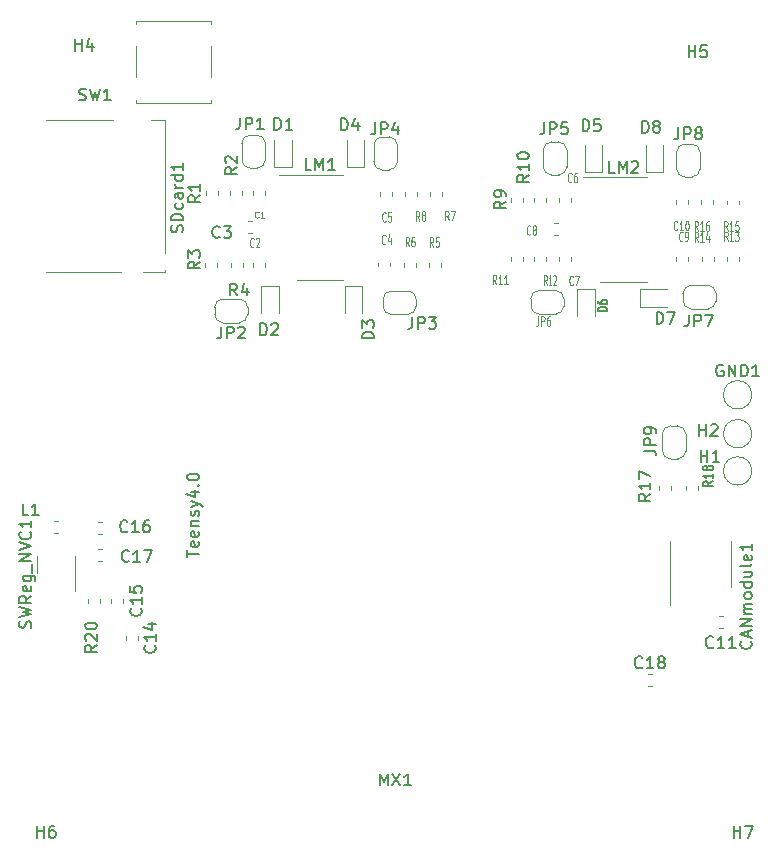
<source format=gto>
G04 #@! TF.GenerationSoftware,KiCad,Pcbnew,(5.1.4)-1*
G04 #@! TF.CreationDate,2020-01-30T13:19:47+01:00*
G04 #@! TF.ProjectId,teensy4_header_breakout,7465656e-7379-4345-9f68-65616465725f,rev?*
G04 #@! TF.SameCoordinates,Original*
G04 #@! TF.FileFunction,Legend,Top*
G04 #@! TF.FilePolarity,Positive*
%FSLAX46Y46*%
G04 Gerber Fmt 4.6, Leading zero omitted, Abs format (unit mm)*
G04 Created by KiCad (PCBNEW (5.1.4)-1) date 2020-01-30 13:19:47*
%MOMM*%
%LPD*%
G04 APERTURE LIST*
%ADD10C,0.120000*%
%ADD11C,0.150000*%
%ADD12C,0.050000*%
%ADD13C,0.100000*%
%ADD14C,0.125000*%
G04 APERTURE END LIST*
D10*
X173356120Y-105392220D02*
G75*
G03X173356120Y-105392220I-1200000J0D01*
G01*
X173356120Y-108544360D02*
G75*
G03X173356120Y-108544360I-1200000J0D01*
G01*
X173356120Y-102095300D02*
G75*
G03X173356120Y-102095300I-1200000J0D01*
G01*
X127546500Y-72611460D02*
X127546500Y-75211460D01*
X121246500Y-77361460D02*
X121246500Y-77111460D01*
X127546500Y-77361460D02*
X121246500Y-77361460D01*
X127546500Y-77111460D02*
X127546500Y-77361460D01*
X121246500Y-75211460D02*
X121246500Y-72611460D01*
X127546500Y-70461460D02*
X127546500Y-70711460D01*
X121246500Y-70461460D02*
X127546500Y-70461460D01*
X121246500Y-70711460D02*
X121246500Y-70461460D01*
X162495000Y-83703000D02*
X159045000Y-83703000D01*
X162495000Y-83703000D02*
X164445000Y-83703000D01*
X162495000Y-92573000D02*
X160545000Y-92573000D01*
X162495000Y-92573000D02*
X164445000Y-92573000D01*
X116039540Y-118713380D02*
X116039540Y-115713380D01*
X112819540Y-117213380D02*
X112819540Y-115713380D01*
X123646220Y-91561400D02*
X123646220Y-91671400D01*
X122486220Y-78801400D02*
X123646220Y-78801400D01*
X123646220Y-78801400D02*
X123646220Y-90061400D01*
X123646220Y-91671400D02*
X121836220Y-91671400D01*
X119236220Y-78801400D02*
X113636220Y-78801400D01*
X119936220Y-91671400D02*
X113636220Y-91671400D01*
X118134860Y-119700359D02*
X118134860Y-119374801D01*
X117114860Y-119700359D02*
X117114860Y-119374801D01*
X168830720Y-110126627D02*
X168830720Y-109784093D01*
X167810720Y-110126627D02*
X167810720Y-109784093D01*
X165504400Y-109850133D02*
X165504400Y-110192667D01*
X166524400Y-109850133D02*
X166524400Y-110192667D01*
X170110880Y-85953719D02*
X170110880Y-85628161D01*
X169090880Y-85953719D02*
X169090880Y-85628161D01*
X172307980Y-85976779D02*
X172307980Y-85651221D01*
X171287980Y-85976779D02*
X171287980Y-85651221D01*
X169101040Y-90433841D02*
X169101040Y-90759399D01*
X170121040Y-90433841D02*
X170121040Y-90759399D01*
X172285120Y-90769759D02*
X172285120Y-90444201D01*
X171265120Y-90769759D02*
X171265120Y-90444201D01*
X154938000Y-90464321D02*
X154938000Y-90789879D01*
X155958000Y-90464321D02*
X155958000Y-90789879D01*
X153971720Y-90764679D02*
X153971720Y-90439121D01*
X152951720Y-90764679D02*
X152951720Y-90439121D01*
X155958000Y-85735279D02*
X155958000Y-85409721D01*
X154938000Y-85735279D02*
X154938000Y-85409721D01*
X154027600Y-85735279D02*
X154027600Y-85409721D01*
X153007600Y-85735279D02*
X153007600Y-85409721D01*
X144021080Y-84952521D02*
X144021080Y-85278079D01*
X145041080Y-84952521D02*
X145041080Y-85278079D01*
X147144200Y-85278279D02*
X147144200Y-84952721D01*
X146124200Y-85278279D02*
X146124200Y-84952721D01*
X143881380Y-90936761D02*
X143881380Y-91262319D01*
X144901380Y-90936761D02*
X144901380Y-91262319D01*
X147047680Y-91292799D02*
X147047680Y-90967241D01*
X146027680Y-91292799D02*
X146027680Y-90967241D01*
X129276380Y-90921521D02*
X129276380Y-91247079D01*
X130296380Y-90921521D02*
X130296380Y-91247079D01*
X128043400Y-91249619D02*
X128043400Y-90924061D01*
X127023400Y-91249619D02*
X127023400Y-90924061D01*
X130197320Y-85204619D02*
X130197320Y-84879061D01*
X129177320Y-85204619D02*
X129177320Y-84879061D01*
X128137380Y-85212239D02*
X128137380Y-84886681D01*
X127117380Y-85212239D02*
X127117380Y-84886681D01*
X136797820Y-83476940D02*
X133347820Y-83476940D01*
X136797820Y-83476940D02*
X138747820Y-83476940D01*
X136797820Y-92346940D02*
X134847820Y-92346940D01*
X136797820Y-92346940D02*
X138747820Y-92346940D01*
X114256501Y-113842260D02*
X114582059Y-113842260D01*
X114256501Y-112822260D02*
X114582059Y-112822260D01*
X165776400Y-106831600D02*
X165776400Y-105431600D01*
X166476400Y-104731600D02*
X167076400Y-104731600D01*
X167776400Y-105431600D02*
X167776400Y-106831600D01*
X167076400Y-107531600D02*
X166476400Y-107531600D01*
X166476400Y-107531600D02*
G75*
G02X165776400Y-106831600I0J700000D01*
G01*
X167776400Y-106831600D02*
G75*
G02X167076400Y-107531600I-700000J0D01*
G01*
X167076400Y-104731600D02*
G75*
G02X167776400Y-105431600I0J-700000D01*
G01*
X165776400Y-105431600D02*
G75*
G02X166476400Y-104731600I700000J0D01*
G01*
X166980360Y-82962740D02*
X166980360Y-81562740D01*
X167680360Y-80862740D02*
X168280360Y-80862740D01*
X168980360Y-81562740D02*
X168980360Y-82962740D01*
X168280360Y-83662740D02*
X167680360Y-83662740D01*
X167680360Y-83662740D02*
G75*
G02X166980360Y-82962740I0J700000D01*
G01*
X168980360Y-82962740D02*
G75*
G02X168280360Y-83662740I-700000J0D01*
G01*
X168280360Y-80862740D02*
G75*
G02X168980360Y-81562740I0J-700000D01*
G01*
X166980360Y-81562740D02*
G75*
G02X167680360Y-80862740I700000J0D01*
G01*
X168228020Y-92822520D02*
X169628020Y-92822520D01*
X170328020Y-93522520D02*
X170328020Y-94122520D01*
X169628020Y-94822520D02*
X168228020Y-94822520D01*
X167528020Y-94122520D02*
X167528020Y-93522520D01*
X167528020Y-93522520D02*
G75*
G02X168228020Y-92822520I700000J0D01*
G01*
X168228020Y-94822520D02*
G75*
G02X167528020Y-94122520I0J700000D01*
G01*
X170328020Y-94122520D02*
G75*
G02X169628020Y-94822520I-700000J0D01*
G01*
X169628020Y-92822520D02*
G75*
G02X170328020Y-93522520I0J-700000D01*
G01*
X156742120Y-95269560D02*
X155342120Y-95269560D01*
X154642120Y-94569560D02*
X154642120Y-93969560D01*
X155342120Y-93269560D02*
X156742120Y-93269560D01*
X157442120Y-93969560D02*
X157442120Y-94569560D01*
X157442120Y-94569560D02*
G75*
G02X156742120Y-95269560I-700000J0D01*
G01*
X156742120Y-93269560D02*
G75*
G02X157442120Y-93969560I0J-700000D01*
G01*
X154642120Y-93969560D02*
G75*
G02X155342120Y-93269560I700000J0D01*
G01*
X155342120Y-95269560D02*
G75*
G02X154642120Y-94569560I0J700000D01*
G01*
X155692600Y-82782400D02*
X155692600Y-81382400D01*
X156392600Y-80682400D02*
X156992600Y-80682400D01*
X157692600Y-81382400D02*
X157692600Y-82782400D01*
X156992600Y-83482400D02*
X156392600Y-83482400D01*
X156392600Y-83482400D02*
G75*
G02X155692600Y-82782400I0J700000D01*
G01*
X157692600Y-82782400D02*
G75*
G02X156992600Y-83482400I-700000J0D01*
G01*
X156992600Y-80682400D02*
G75*
G02X157692600Y-81382400I0J-700000D01*
G01*
X155692600Y-81382400D02*
G75*
G02X156392600Y-80682400I700000J0D01*
G01*
X141351760Y-82358220D02*
X141351760Y-80958220D01*
X142051760Y-80258220D02*
X142651760Y-80258220D01*
X143351760Y-80958220D02*
X143351760Y-82358220D01*
X142651760Y-83058220D02*
X142051760Y-83058220D01*
X142051760Y-83058220D02*
G75*
G02X141351760Y-82358220I0J700000D01*
G01*
X143351760Y-82358220D02*
G75*
G02X142651760Y-83058220I-700000J0D01*
G01*
X142651760Y-80258220D02*
G75*
G02X143351760Y-80958220I0J-700000D01*
G01*
X141351760Y-80958220D02*
G75*
G02X142051760Y-80258220I700000J0D01*
G01*
X142835640Y-93300040D02*
X144235640Y-93300040D01*
X144935640Y-94000040D02*
X144935640Y-94600040D01*
X144235640Y-95300040D02*
X142835640Y-95300040D01*
X142135640Y-94600040D02*
X142135640Y-94000040D01*
X142135640Y-94000040D02*
G75*
G02X142835640Y-93300040I700000J0D01*
G01*
X142835640Y-95300040D02*
G75*
G02X142135640Y-94600040I0J700000D01*
G01*
X144935640Y-94600040D02*
G75*
G02X144235640Y-95300040I-700000J0D01*
G01*
X144235640Y-93300040D02*
G75*
G02X144935640Y-94000040I0J-700000D01*
G01*
X129971000Y-95985840D02*
X128571000Y-95985840D01*
X127871000Y-95285840D02*
X127871000Y-94685840D01*
X128571000Y-93985840D02*
X129971000Y-93985840D01*
X130671000Y-94685840D02*
X130671000Y-95285840D01*
X130671000Y-95285840D02*
G75*
G02X129971000Y-95985840I-700000J0D01*
G01*
X129971000Y-93985840D02*
G75*
G02X130671000Y-94685840I0J-700000D01*
G01*
X127871000Y-94685840D02*
G75*
G02X128571000Y-93985840I700000J0D01*
G01*
X128571000Y-95985840D02*
G75*
G02X127871000Y-95285840I0J700000D01*
G01*
X130173220Y-82210900D02*
X130173220Y-80810900D01*
X130873220Y-80110900D02*
X131473220Y-80110900D01*
X132173220Y-80810900D02*
X132173220Y-82210900D01*
X131473220Y-82910900D02*
X130873220Y-82910900D01*
X130873220Y-82910900D02*
G75*
G02X130173220Y-82210900I0J700000D01*
G01*
X132173220Y-82210900D02*
G75*
G02X131473220Y-82910900I-700000J0D01*
G01*
X131473220Y-80110900D02*
G75*
G02X132173220Y-80810900I0J-700000D01*
G01*
X130173220Y-80810900D02*
G75*
G02X130873220Y-80110900I700000J0D01*
G01*
X165837540Y-83196900D02*
X165837540Y-80911900D01*
X164367540Y-83196900D02*
X165837540Y-83196900D01*
X164367540Y-80911900D02*
X164367540Y-83196900D01*
X163876520Y-94631180D02*
X166161520Y-94631180D01*
X163876520Y-93161180D02*
X163876520Y-94631180D01*
X166161520Y-93161180D02*
X163876520Y-93161180D01*
X158589040Y-93155300D02*
X158589040Y-95440300D01*
X160059040Y-93155300D02*
X158589040Y-93155300D01*
X160059040Y-95440300D02*
X160059040Y-93155300D01*
X160678800Y-83196900D02*
X160678800Y-80911900D01*
X159208800Y-83196900D02*
X160678800Y-83196900D01*
X159208800Y-80911900D02*
X159208800Y-83196900D01*
X140556920Y-82838760D02*
X140556920Y-80553760D01*
X139086920Y-82838760D02*
X140556920Y-82838760D01*
X139086920Y-80553760D02*
X139086920Y-82838760D01*
X138911660Y-92860660D02*
X138911660Y-95145660D01*
X140381660Y-92860660D02*
X138911660Y-92860660D01*
X140381660Y-95145660D02*
X140381660Y-92860660D01*
X131822520Y-92909120D02*
X131822520Y-95194120D01*
X133292520Y-92909120D02*
X131822520Y-92909120D01*
X133292520Y-95194120D02*
X133292520Y-92909120D01*
X134387260Y-82823520D02*
X134387260Y-80538520D01*
X132917260Y-82823520D02*
X134387260Y-82823520D01*
X132917260Y-80538520D02*
X132917260Y-82823520D01*
X166446520Y-116446300D02*
X166446520Y-119896300D01*
X166446520Y-116446300D02*
X166446520Y-114496300D01*
X171566520Y-116446300D02*
X171566520Y-118396300D01*
X171566520Y-116446300D02*
X171566520Y-114496300D01*
X164561401Y-126745460D02*
X164886959Y-126745460D01*
X164561401Y-125725460D02*
X164886959Y-125725460D01*
X118008081Y-116184140D02*
X118333639Y-116184140D01*
X118008081Y-115164140D02*
X118333639Y-115164140D01*
X117990501Y-113918460D02*
X118316059Y-113918460D01*
X117990501Y-112898460D02*
X118316059Y-112898460D01*
X120090660Y-119735919D02*
X120090660Y-119410361D01*
X119070660Y-119735919D02*
X119070660Y-119410361D01*
X120399080Y-122519121D02*
X120399080Y-122844679D01*
X121419080Y-122519121D02*
X121419080Y-122844679D01*
X170601321Y-121815320D02*
X170926879Y-121815320D01*
X170601321Y-120795320D02*
X170926879Y-120795320D01*
X167967120Y-85948839D02*
X167967120Y-85623281D01*
X166947120Y-85948839D02*
X166947120Y-85623281D01*
X166947120Y-90428761D02*
X166947120Y-90754319D01*
X167967120Y-90428761D02*
X167967120Y-90754319D01*
X156626341Y-88607360D02*
X156951899Y-88607360D01*
X156626341Y-87587360D02*
X156951899Y-87587360D01*
X156995400Y-90464321D02*
X156995400Y-90789879D01*
X158015400Y-90464321D02*
X158015400Y-90789879D01*
X158040800Y-85760779D02*
X158040800Y-85435221D01*
X157020800Y-85760779D02*
X157020800Y-85435221D01*
X142856680Y-85270459D02*
X142856680Y-84944901D01*
X141836680Y-85270459D02*
X141836680Y-84944901D01*
X141742700Y-90908821D02*
X141742700Y-91234379D01*
X142762700Y-90908821D02*
X142762700Y-91234379D01*
X130680141Y-88406700D02*
X131005699Y-88406700D01*
X130680141Y-87386700D02*
X131005699Y-87386700D01*
X131087400Y-90921521D02*
X131087400Y-91247079D01*
X132107400Y-90921521D02*
X132107400Y-91247079D01*
X132155660Y-85186839D02*
X132155660Y-84861281D01*
X131135660Y-85186839D02*
X131135660Y-84861281D01*
D11*
X168897395Y-105595680D02*
X168897395Y-104595680D01*
X168897395Y-105071871D02*
X169468823Y-105071871D01*
X169468823Y-105595680D02*
X169468823Y-104595680D01*
X169897395Y-104690919D02*
X169945014Y-104643300D01*
X170040252Y-104595680D01*
X170278347Y-104595680D01*
X170373585Y-104643300D01*
X170421204Y-104690919D01*
X170468823Y-104786157D01*
X170468823Y-104881395D01*
X170421204Y-105024252D01*
X169849776Y-105595680D01*
X170468823Y-105595680D01*
X169034555Y-107769920D02*
X169034555Y-106769920D01*
X169034555Y-107246111D02*
X169605983Y-107246111D01*
X169605983Y-107769920D02*
X169605983Y-106769920D01*
X170605983Y-107769920D02*
X170034555Y-107769920D01*
X170320269Y-107769920D02*
X170320269Y-106769920D01*
X170225031Y-106912778D01*
X170129793Y-107008016D01*
X170034555Y-107055635D01*
X170918024Y-99597300D02*
X170822786Y-99549680D01*
X170679929Y-99549680D01*
X170537072Y-99597300D01*
X170441834Y-99692538D01*
X170394215Y-99787776D01*
X170346596Y-99978252D01*
X170346596Y-100121109D01*
X170394215Y-100311585D01*
X170441834Y-100406823D01*
X170537072Y-100502061D01*
X170679929Y-100549680D01*
X170775167Y-100549680D01*
X170918024Y-100502061D01*
X170965643Y-100454442D01*
X170965643Y-100121109D01*
X170775167Y-100121109D01*
X171394215Y-100549680D02*
X171394215Y-99549680D01*
X171965643Y-100549680D01*
X171965643Y-99549680D01*
X172441834Y-100549680D02*
X172441834Y-99549680D01*
X172679929Y-99549680D01*
X172822786Y-99597300D01*
X172918024Y-99692538D01*
X172965643Y-99787776D01*
X173013262Y-99978252D01*
X173013262Y-100121109D01*
X172965643Y-100311585D01*
X172918024Y-100406823D01*
X172822786Y-100502061D01*
X172679929Y-100549680D01*
X172441834Y-100549680D01*
X173965643Y-100549680D02*
X173394215Y-100549680D01*
X173679929Y-100549680D02*
X173679929Y-99549680D01*
X173584691Y-99692538D01*
X173489453Y-99787776D01*
X173394215Y-99835395D01*
X125535440Y-115824188D02*
X125535440Y-115252760D01*
X126535440Y-115538474D02*
X125535440Y-115538474D01*
X126487821Y-114538474D02*
X126535440Y-114633712D01*
X126535440Y-114824188D01*
X126487821Y-114919426D01*
X126392583Y-114967045D01*
X126011631Y-114967045D01*
X125916393Y-114919426D01*
X125868774Y-114824188D01*
X125868774Y-114633712D01*
X125916393Y-114538474D01*
X126011631Y-114490855D01*
X126106869Y-114490855D01*
X126202107Y-114967045D01*
X126487821Y-113681331D02*
X126535440Y-113776569D01*
X126535440Y-113967045D01*
X126487821Y-114062283D01*
X126392583Y-114109902D01*
X126011631Y-114109902D01*
X125916393Y-114062283D01*
X125868774Y-113967045D01*
X125868774Y-113776569D01*
X125916393Y-113681331D01*
X126011631Y-113633712D01*
X126106869Y-113633712D01*
X126202107Y-114109902D01*
X125868774Y-113205140D02*
X126535440Y-113205140D01*
X125964012Y-113205140D02*
X125916393Y-113157521D01*
X125868774Y-113062283D01*
X125868774Y-112919426D01*
X125916393Y-112824188D01*
X126011631Y-112776569D01*
X126535440Y-112776569D01*
X126487821Y-112347998D02*
X126535440Y-112252760D01*
X126535440Y-112062283D01*
X126487821Y-111967045D01*
X126392583Y-111919426D01*
X126344964Y-111919426D01*
X126249726Y-111967045D01*
X126202107Y-112062283D01*
X126202107Y-112205140D01*
X126154488Y-112300379D01*
X126059250Y-112347998D01*
X126011631Y-112347998D01*
X125916393Y-112300379D01*
X125868774Y-112205140D01*
X125868774Y-112062283D01*
X125916393Y-111967045D01*
X125868774Y-111586093D02*
X126535440Y-111347998D01*
X125868774Y-111109902D02*
X126535440Y-111347998D01*
X126773536Y-111443236D01*
X126821155Y-111490855D01*
X126868774Y-111586093D01*
X125868774Y-110300379D02*
X126535440Y-110300379D01*
X125487821Y-110538474D02*
X126202107Y-110776569D01*
X126202107Y-110157521D01*
X126440202Y-109776569D02*
X126487821Y-109728950D01*
X126535440Y-109776569D01*
X126487821Y-109824188D01*
X126440202Y-109776569D01*
X126535440Y-109776569D01*
X125535440Y-109109902D02*
X125535440Y-109014664D01*
X125583060Y-108919426D01*
X125630679Y-108871807D01*
X125725917Y-108824188D01*
X125916393Y-108776569D01*
X126154488Y-108776569D01*
X126344964Y-108824188D01*
X126440202Y-108871807D01*
X126487821Y-108919426D01*
X126535440Y-109014664D01*
X126535440Y-109109902D01*
X126487821Y-109205140D01*
X126440202Y-109252760D01*
X126344964Y-109300379D01*
X126154488Y-109347998D01*
X125916393Y-109347998D01*
X125725917Y-109300379D01*
X125630679Y-109252760D01*
X125583060Y-109205140D01*
X125535440Y-109109902D01*
X116413446Y-77128001D02*
X116556303Y-77175620D01*
X116794399Y-77175620D01*
X116889637Y-77128001D01*
X116937256Y-77080382D01*
X116984875Y-76985144D01*
X116984875Y-76889906D01*
X116937256Y-76794668D01*
X116889637Y-76747049D01*
X116794399Y-76699430D01*
X116603922Y-76651811D01*
X116508684Y-76604192D01*
X116461065Y-76556573D01*
X116413446Y-76461335D01*
X116413446Y-76366097D01*
X116461065Y-76270859D01*
X116508684Y-76223240D01*
X116603922Y-76175620D01*
X116842018Y-76175620D01*
X116984875Y-76223240D01*
X117318208Y-76175620D02*
X117556303Y-77175620D01*
X117746780Y-76461335D01*
X117937256Y-77175620D01*
X118175351Y-76175620D01*
X119080113Y-77175620D02*
X118508684Y-77175620D01*
X118794399Y-77175620D02*
X118794399Y-76175620D01*
X118699160Y-76318478D01*
X118603922Y-76413716D01*
X118508684Y-76461335D01*
X141885945Y-135173980D02*
X141885945Y-134173980D01*
X142219279Y-134888266D01*
X142552612Y-134173980D01*
X142552612Y-135173980D01*
X142933564Y-134173980D02*
X143600231Y-135173980D01*
X143600231Y-134173980D02*
X142933564Y-135173980D01*
X144504993Y-135173980D02*
X143933564Y-135173980D01*
X144219279Y-135173980D02*
X144219279Y-134173980D01*
X144124040Y-134316838D01*
X144028802Y-134412076D01*
X143933564Y-134459695D01*
X161756904Y-83310380D02*
X161280714Y-83310380D01*
X161280714Y-82310380D01*
X162090238Y-83310380D02*
X162090238Y-82310380D01*
X162423571Y-83024666D01*
X162756904Y-82310380D01*
X162756904Y-83310380D01*
X163185476Y-82405619D02*
X163233095Y-82358000D01*
X163328333Y-82310380D01*
X163566428Y-82310380D01*
X163661666Y-82358000D01*
X163709285Y-82405619D01*
X163756904Y-82500857D01*
X163756904Y-82596095D01*
X163709285Y-82738952D01*
X163137857Y-83310380D01*
X163756904Y-83310380D01*
X112301921Y-121839739D02*
X112349540Y-121696881D01*
X112349540Y-121458786D01*
X112301921Y-121363548D01*
X112254302Y-121315929D01*
X112159064Y-121268310D01*
X112063826Y-121268310D01*
X111968588Y-121315929D01*
X111920969Y-121363548D01*
X111873350Y-121458786D01*
X111825731Y-121649262D01*
X111778112Y-121744500D01*
X111730493Y-121792120D01*
X111635255Y-121839739D01*
X111540017Y-121839739D01*
X111444779Y-121792120D01*
X111397160Y-121744500D01*
X111349540Y-121649262D01*
X111349540Y-121411167D01*
X111397160Y-121268310D01*
X111349540Y-120934977D02*
X112349540Y-120696881D01*
X111635255Y-120506405D01*
X112349540Y-120315929D01*
X111349540Y-120077834D01*
X112349540Y-119125453D02*
X111873350Y-119458786D01*
X112349540Y-119696881D02*
X111349540Y-119696881D01*
X111349540Y-119315929D01*
X111397160Y-119220691D01*
X111444779Y-119173072D01*
X111540017Y-119125453D01*
X111682874Y-119125453D01*
X111778112Y-119173072D01*
X111825731Y-119220691D01*
X111873350Y-119315929D01*
X111873350Y-119696881D01*
X112301921Y-118315929D02*
X112349540Y-118411167D01*
X112349540Y-118601643D01*
X112301921Y-118696881D01*
X112206683Y-118744500D01*
X111825731Y-118744500D01*
X111730493Y-118696881D01*
X111682874Y-118601643D01*
X111682874Y-118411167D01*
X111730493Y-118315929D01*
X111825731Y-118268310D01*
X111920969Y-118268310D01*
X112016207Y-118744500D01*
X111682874Y-117411167D02*
X112492398Y-117411167D01*
X112587636Y-117458786D01*
X112635255Y-117506405D01*
X112682874Y-117601643D01*
X112682874Y-117744500D01*
X112635255Y-117839739D01*
X112301921Y-117411167D02*
X112349540Y-117506405D01*
X112349540Y-117696881D01*
X112301921Y-117792120D01*
X112254302Y-117839739D01*
X112159064Y-117887358D01*
X111873350Y-117887358D01*
X111778112Y-117839739D01*
X111730493Y-117792120D01*
X111682874Y-117696881D01*
X111682874Y-117506405D01*
X111730493Y-117411167D01*
X112444779Y-117173072D02*
X112444779Y-116411167D01*
X112349540Y-116173072D02*
X111349540Y-116173072D01*
X112349540Y-115601643D01*
X111349540Y-115601643D01*
X111349540Y-115268310D02*
X112349540Y-114934977D01*
X111349540Y-114601643D01*
X112254302Y-113696881D02*
X112301921Y-113744500D01*
X112349540Y-113887358D01*
X112349540Y-113982596D01*
X112301921Y-114125453D01*
X112206683Y-114220691D01*
X112111445Y-114268310D01*
X111920969Y-114315929D01*
X111778112Y-114315929D01*
X111587636Y-114268310D01*
X111492398Y-114220691D01*
X111397160Y-114125453D01*
X111349540Y-113982596D01*
X111349540Y-113887358D01*
X111397160Y-113744500D01*
X111444779Y-113696881D01*
X112349540Y-112744500D02*
X112349540Y-113315929D01*
X112349540Y-113030215D02*
X111349540Y-113030215D01*
X111492398Y-113125453D01*
X111587636Y-113220691D01*
X111635255Y-113315929D01*
X125139081Y-88324961D02*
X125186700Y-88182104D01*
X125186700Y-87944009D01*
X125139081Y-87848771D01*
X125091462Y-87801152D01*
X124996224Y-87753533D01*
X124900986Y-87753533D01*
X124805748Y-87801152D01*
X124758129Y-87848771D01*
X124710510Y-87944009D01*
X124662891Y-88134485D01*
X124615272Y-88229723D01*
X124567653Y-88277342D01*
X124472415Y-88324961D01*
X124377177Y-88324961D01*
X124281939Y-88277342D01*
X124234320Y-88229723D01*
X124186700Y-88134485D01*
X124186700Y-87896390D01*
X124234320Y-87753533D01*
X125186700Y-87324961D02*
X124186700Y-87324961D01*
X124186700Y-87086866D01*
X124234320Y-86944009D01*
X124329558Y-86848771D01*
X124424796Y-86801152D01*
X124615272Y-86753533D01*
X124758129Y-86753533D01*
X124948605Y-86801152D01*
X125043843Y-86848771D01*
X125139081Y-86944009D01*
X125186700Y-87086866D01*
X125186700Y-87324961D01*
X125139081Y-85896390D02*
X125186700Y-85991628D01*
X125186700Y-86182104D01*
X125139081Y-86277342D01*
X125091462Y-86324961D01*
X124996224Y-86372580D01*
X124710510Y-86372580D01*
X124615272Y-86324961D01*
X124567653Y-86277342D01*
X124520034Y-86182104D01*
X124520034Y-85991628D01*
X124567653Y-85896390D01*
X125186700Y-85039247D02*
X124662891Y-85039247D01*
X124567653Y-85086866D01*
X124520034Y-85182104D01*
X124520034Y-85372580D01*
X124567653Y-85467819D01*
X125139081Y-85039247D02*
X125186700Y-85134485D01*
X125186700Y-85372580D01*
X125139081Y-85467819D01*
X125043843Y-85515438D01*
X124948605Y-85515438D01*
X124853367Y-85467819D01*
X124805748Y-85372580D01*
X124805748Y-85134485D01*
X124758129Y-85039247D01*
X125186700Y-84563057D02*
X124520034Y-84563057D01*
X124710510Y-84563057D02*
X124615272Y-84515438D01*
X124567653Y-84467819D01*
X124520034Y-84372580D01*
X124520034Y-84277342D01*
X125186700Y-83515438D02*
X124186700Y-83515438D01*
X125139081Y-83515438D02*
X125186700Y-83610676D01*
X125186700Y-83801152D01*
X125139081Y-83896390D01*
X125091462Y-83944009D01*
X124996224Y-83991628D01*
X124710510Y-83991628D01*
X124615272Y-83944009D01*
X124567653Y-83896390D01*
X124520034Y-83801152D01*
X124520034Y-83610676D01*
X124567653Y-83515438D01*
X125186700Y-82515438D02*
X125186700Y-83086866D01*
X125186700Y-82801152D02*
X124186700Y-82801152D01*
X124329558Y-82896390D01*
X124424796Y-82991628D01*
X124472415Y-83086866D01*
X117907060Y-123289297D02*
X117430870Y-123622630D01*
X117907060Y-123860725D02*
X116907060Y-123860725D01*
X116907060Y-123479773D01*
X116954680Y-123384535D01*
X117002299Y-123336916D01*
X117097537Y-123289297D01*
X117240394Y-123289297D01*
X117335632Y-123336916D01*
X117383251Y-123384535D01*
X117430870Y-123479773D01*
X117430870Y-123860725D01*
X117002299Y-122908344D02*
X116954680Y-122860725D01*
X116907060Y-122765487D01*
X116907060Y-122527392D01*
X116954680Y-122432154D01*
X117002299Y-122384535D01*
X117097537Y-122336916D01*
X117192775Y-122336916D01*
X117335632Y-122384535D01*
X117907060Y-122955963D01*
X117907060Y-122336916D01*
X116907060Y-121717868D02*
X116907060Y-121622630D01*
X116954680Y-121527392D01*
X117002299Y-121479773D01*
X117097537Y-121432154D01*
X117288013Y-121384535D01*
X117526108Y-121384535D01*
X117716584Y-121432154D01*
X117811822Y-121479773D01*
X117859441Y-121527392D01*
X117907060Y-121622630D01*
X117907060Y-121717868D01*
X117859441Y-121813106D01*
X117811822Y-121860725D01*
X117716584Y-121908344D01*
X117526108Y-121955963D01*
X117288013Y-121955963D01*
X117097537Y-121908344D01*
X117002299Y-121860725D01*
X116954680Y-121813106D01*
X116907060Y-121717868D01*
X170054224Y-109436320D02*
X169673272Y-109669653D01*
X170054224Y-109836320D02*
X169254224Y-109836320D01*
X169254224Y-109569653D01*
X169292320Y-109502986D01*
X169330415Y-109469653D01*
X169406605Y-109436320D01*
X169520891Y-109436320D01*
X169597081Y-109469653D01*
X169635177Y-109502986D01*
X169673272Y-109569653D01*
X169673272Y-109836320D01*
X170054224Y-108769653D02*
X170054224Y-109169653D01*
X170054224Y-108969653D02*
X169254224Y-108969653D01*
X169368510Y-109036320D01*
X169444700Y-109102986D01*
X169482796Y-109169653D01*
X169597081Y-108369653D02*
X169558986Y-108436320D01*
X169520891Y-108469653D01*
X169444700Y-108502986D01*
X169406605Y-108502986D01*
X169330415Y-108469653D01*
X169292320Y-108436320D01*
X169254224Y-108369653D01*
X169254224Y-108236320D01*
X169292320Y-108169653D01*
X169330415Y-108136320D01*
X169406605Y-108102986D01*
X169444700Y-108102986D01*
X169520891Y-108136320D01*
X169558986Y-108169653D01*
X169597081Y-108236320D01*
X169597081Y-108369653D01*
X169635177Y-108436320D01*
X169673272Y-108469653D01*
X169749462Y-108502986D01*
X169901843Y-108502986D01*
X169978034Y-108469653D01*
X170016129Y-108436320D01*
X170054224Y-108369653D01*
X170054224Y-108236320D01*
X170016129Y-108169653D01*
X169978034Y-108136320D01*
X169901843Y-108102986D01*
X169749462Y-108102986D01*
X169673272Y-108136320D01*
X169635177Y-108169653D01*
X169597081Y-108236320D01*
X164764980Y-110482617D02*
X164288790Y-110815950D01*
X164764980Y-111054045D02*
X163764980Y-111054045D01*
X163764980Y-110673093D01*
X163812600Y-110577855D01*
X163860219Y-110530236D01*
X163955457Y-110482617D01*
X164098314Y-110482617D01*
X164193552Y-110530236D01*
X164241171Y-110577855D01*
X164288790Y-110673093D01*
X164288790Y-111054045D01*
X164764980Y-109530236D02*
X164764980Y-110101664D01*
X164764980Y-109815950D02*
X163764980Y-109815950D01*
X163907838Y-109911188D01*
X164003076Y-110006426D01*
X164050695Y-110101664D01*
X163764980Y-109196902D02*
X163764980Y-108530236D01*
X164764980Y-108958807D01*
D12*
X168799391Y-88197644D02*
X168632724Y-87816692D01*
X168513677Y-88197644D02*
X168513677Y-87397644D01*
X168704153Y-87397644D01*
X168751772Y-87435740D01*
X168775581Y-87473835D01*
X168799391Y-87550025D01*
X168799391Y-87664311D01*
X168775581Y-87740501D01*
X168751772Y-87778597D01*
X168704153Y-87816692D01*
X168513677Y-87816692D01*
X169275581Y-88197644D02*
X168989867Y-88197644D01*
X169132724Y-88197644D02*
X169132724Y-87397644D01*
X169085105Y-87511930D01*
X169037486Y-87588120D01*
X168989867Y-87626216D01*
X169704153Y-87397644D02*
X169608915Y-87397644D01*
X169561296Y-87435740D01*
X169537486Y-87473835D01*
X169489867Y-87588120D01*
X169466058Y-87740501D01*
X169466058Y-88045263D01*
X169489867Y-88121454D01*
X169513677Y-88159549D01*
X169561296Y-88197644D01*
X169656534Y-88197644D01*
X169704153Y-88159549D01*
X169727962Y-88121454D01*
X169751772Y-88045263D01*
X169751772Y-87854787D01*
X169727962Y-87778597D01*
X169704153Y-87740501D01*
X169656534Y-87702406D01*
X169561296Y-87702406D01*
X169513677Y-87740501D01*
X169489867Y-87778597D01*
X169466058Y-87854787D01*
X171301291Y-88195104D02*
X171134624Y-87814152D01*
X171015577Y-88195104D02*
X171015577Y-87395104D01*
X171206053Y-87395104D01*
X171253672Y-87433200D01*
X171277481Y-87471295D01*
X171301291Y-87547485D01*
X171301291Y-87661771D01*
X171277481Y-87737961D01*
X171253672Y-87776057D01*
X171206053Y-87814152D01*
X171015577Y-87814152D01*
X171777481Y-88195104D02*
X171491767Y-88195104D01*
X171634624Y-88195104D02*
X171634624Y-87395104D01*
X171587005Y-87509390D01*
X171539386Y-87585580D01*
X171491767Y-87623676D01*
X172229862Y-87395104D02*
X171991767Y-87395104D01*
X171967958Y-87776057D01*
X171991767Y-87737961D01*
X172039386Y-87699866D01*
X172158434Y-87699866D01*
X172206053Y-87737961D01*
X172229862Y-87776057D01*
X172253672Y-87852247D01*
X172253672Y-88042723D01*
X172229862Y-88118914D01*
X172206053Y-88157009D01*
X172158434Y-88195104D01*
X172039386Y-88195104D01*
X171991767Y-88157009D01*
X171967958Y-88118914D01*
X168809551Y-89150144D02*
X168642884Y-88769192D01*
X168523837Y-89150144D02*
X168523837Y-88350144D01*
X168714313Y-88350144D01*
X168761932Y-88388240D01*
X168785741Y-88426335D01*
X168809551Y-88502525D01*
X168809551Y-88616811D01*
X168785741Y-88693001D01*
X168761932Y-88731097D01*
X168714313Y-88769192D01*
X168523837Y-88769192D01*
X169285741Y-89150144D02*
X169000027Y-89150144D01*
X169142884Y-89150144D02*
X169142884Y-88350144D01*
X169095265Y-88464430D01*
X169047646Y-88540620D01*
X169000027Y-88578716D01*
X169714313Y-88616811D02*
X169714313Y-89150144D01*
X169595265Y-88312049D02*
X169476218Y-88883478D01*
X169785741Y-88883478D01*
X171301291Y-89079024D02*
X171134624Y-88698072D01*
X171015577Y-89079024D02*
X171015577Y-88279024D01*
X171206053Y-88279024D01*
X171253672Y-88317120D01*
X171277481Y-88355215D01*
X171301291Y-88431405D01*
X171301291Y-88545691D01*
X171277481Y-88621881D01*
X171253672Y-88659977D01*
X171206053Y-88698072D01*
X171015577Y-88698072D01*
X171777481Y-89079024D02*
X171491767Y-89079024D01*
X171634624Y-89079024D02*
X171634624Y-88279024D01*
X171587005Y-88393310D01*
X171539386Y-88469500D01*
X171491767Y-88507596D01*
X171944148Y-88279024D02*
X172253672Y-88279024D01*
X172087005Y-88583786D01*
X172158434Y-88583786D01*
X172206053Y-88621881D01*
X172229862Y-88659977D01*
X172253672Y-88736167D01*
X172253672Y-88926643D01*
X172229862Y-89002834D01*
X172206053Y-89040929D01*
X172158434Y-89079024D01*
X172015577Y-89079024D01*
X171967958Y-89040929D01*
X171944148Y-89002834D01*
D13*
X156008737Y-92797584D02*
X155875403Y-92416632D01*
X155780165Y-92797584D02*
X155780165Y-91997584D01*
X155932546Y-91997584D01*
X155970641Y-92035680D01*
X155989689Y-92073775D01*
X156008737Y-92149965D01*
X156008737Y-92264251D01*
X155989689Y-92340441D01*
X155970641Y-92378537D01*
X155932546Y-92416632D01*
X155780165Y-92416632D01*
X156389689Y-92797584D02*
X156161118Y-92797584D01*
X156275403Y-92797584D02*
X156275403Y-91997584D01*
X156237308Y-92111870D01*
X156199213Y-92188060D01*
X156161118Y-92226156D01*
X156542070Y-92073775D02*
X156561118Y-92035680D01*
X156599213Y-91997584D01*
X156694451Y-91997584D01*
X156732546Y-92035680D01*
X156751594Y-92073775D01*
X156770641Y-92149965D01*
X156770641Y-92226156D01*
X156751594Y-92340441D01*
X156523022Y-92797584D01*
X156770641Y-92797584D01*
D12*
X151725511Y-92751864D02*
X151558844Y-92370912D01*
X151439797Y-92751864D02*
X151439797Y-91951864D01*
X151630273Y-91951864D01*
X151677892Y-91989960D01*
X151701701Y-92028055D01*
X151725511Y-92104245D01*
X151725511Y-92218531D01*
X151701701Y-92294721D01*
X151677892Y-92332817D01*
X151630273Y-92370912D01*
X151439797Y-92370912D01*
X152201701Y-92751864D02*
X151915987Y-92751864D01*
X152058844Y-92751864D02*
X152058844Y-91951864D01*
X152011225Y-92066150D01*
X151963606Y-92142340D01*
X151915987Y-92180436D01*
X152677892Y-92751864D02*
X152392178Y-92751864D01*
X152535035Y-92751864D02*
X152535035Y-91951864D01*
X152487416Y-92066150D01*
X152439797Y-92142340D01*
X152392178Y-92180436D01*
D11*
X154493220Y-83484957D02*
X154017030Y-83818290D01*
X154493220Y-84056385D02*
X153493220Y-84056385D01*
X153493220Y-83675433D01*
X153540840Y-83580195D01*
X153588459Y-83532576D01*
X153683697Y-83484957D01*
X153826554Y-83484957D01*
X153921792Y-83532576D01*
X153969411Y-83580195D01*
X154017030Y-83675433D01*
X154017030Y-84056385D01*
X154493220Y-82532576D02*
X154493220Y-83104004D01*
X154493220Y-82818290D02*
X153493220Y-82818290D01*
X153636078Y-82913528D01*
X153731316Y-83008766D01*
X153778935Y-83104004D01*
X153493220Y-81913528D02*
X153493220Y-81818290D01*
X153540840Y-81723052D01*
X153588459Y-81675433D01*
X153683697Y-81627814D01*
X153874173Y-81580195D01*
X154112268Y-81580195D01*
X154302744Y-81627814D01*
X154397982Y-81675433D01*
X154445601Y-81723052D01*
X154493220Y-81818290D01*
X154493220Y-81913528D01*
X154445601Y-82008766D01*
X154397982Y-82056385D01*
X154302744Y-82104004D01*
X154112268Y-82151623D01*
X153874173Y-82151623D01*
X153683697Y-82104004D01*
X153588459Y-82056385D01*
X153540840Y-82008766D01*
X153493220Y-81913528D01*
X152539980Y-85739166D02*
X152063790Y-86072500D01*
X152539980Y-86310595D02*
X151539980Y-86310595D01*
X151539980Y-85929642D01*
X151587600Y-85834404D01*
X151635219Y-85786785D01*
X151730457Y-85739166D01*
X151873314Y-85739166D01*
X151968552Y-85786785D01*
X152016171Y-85834404D01*
X152063790Y-85929642D01*
X152063790Y-86310595D01*
X152539980Y-85262976D02*
X152539980Y-85072500D01*
X152492361Y-84977261D01*
X152444742Y-84929642D01*
X152301885Y-84834404D01*
X152111409Y-84786785D01*
X151730457Y-84786785D01*
X151635219Y-84834404D01*
X151587600Y-84882023D01*
X151539980Y-84977261D01*
X151539980Y-85167738D01*
X151587600Y-85262976D01*
X151635219Y-85310595D01*
X151730457Y-85358214D01*
X151968552Y-85358214D01*
X152063790Y-85310595D01*
X152111409Y-85262976D01*
X152159028Y-85167738D01*
X152159028Y-84977261D01*
X152111409Y-84882023D01*
X152063790Y-84834404D01*
X151968552Y-84786785D01*
D12*
X145219906Y-87377224D02*
X145053240Y-86996272D01*
X144934192Y-87377224D02*
X144934192Y-86577224D01*
X145124668Y-86577224D01*
X145172287Y-86615320D01*
X145196097Y-86653415D01*
X145219906Y-86729605D01*
X145219906Y-86843891D01*
X145196097Y-86920081D01*
X145172287Y-86958177D01*
X145124668Y-86996272D01*
X144934192Y-86996272D01*
X145505620Y-86920081D02*
X145458001Y-86881986D01*
X145434192Y-86843891D01*
X145410382Y-86767700D01*
X145410382Y-86729605D01*
X145434192Y-86653415D01*
X145458001Y-86615320D01*
X145505620Y-86577224D01*
X145600859Y-86577224D01*
X145648478Y-86615320D01*
X145672287Y-86653415D01*
X145696097Y-86729605D01*
X145696097Y-86767700D01*
X145672287Y-86843891D01*
X145648478Y-86881986D01*
X145600859Y-86920081D01*
X145505620Y-86920081D01*
X145458001Y-86958177D01*
X145434192Y-86996272D01*
X145410382Y-87072462D01*
X145410382Y-87224843D01*
X145434192Y-87301034D01*
X145458001Y-87339129D01*
X145505620Y-87377224D01*
X145600859Y-87377224D01*
X145648478Y-87339129D01*
X145672287Y-87301034D01*
X145696097Y-87224843D01*
X145696097Y-87072462D01*
X145672287Y-86996272D01*
X145648478Y-86958177D01*
X145600859Y-86920081D01*
X147693866Y-87341664D02*
X147527200Y-86960712D01*
X147408152Y-87341664D02*
X147408152Y-86541664D01*
X147598628Y-86541664D01*
X147646247Y-86579760D01*
X147670057Y-86617855D01*
X147693866Y-86694045D01*
X147693866Y-86808331D01*
X147670057Y-86884521D01*
X147646247Y-86922617D01*
X147598628Y-86960712D01*
X147408152Y-86960712D01*
X147860533Y-86541664D02*
X148193866Y-86541664D01*
X147979580Y-87341664D01*
X144330906Y-89541304D02*
X144164240Y-89160352D01*
X144045192Y-89541304D02*
X144045192Y-88741304D01*
X144235668Y-88741304D01*
X144283287Y-88779400D01*
X144307097Y-88817495D01*
X144330906Y-88893685D01*
X144330906Y-89007971D01*
X144307097Y-89084161D01*
X144283287Y-89122257D01*
X144235668Y-89160352D01*
X144045192Y-89160352D01*
X144759478Y-88741304D02*
X144664240Y-88741304D01*
X144616620Y-88779400D01*
X144592811Y-88817495D01*
X144545192Y-88931780D01*
X144521382Y-89084161D01*
X144521382Y-89388923D01*
X144545192Y-89465114D01*
X144569001Y-89503209D01*
X144616620Y-89541304D01*
X144711859Y-89541304D01*
X144759478Y-89503209D01*
X144783287Y-89465114D01*
X144807097Y-89388923D01*
X144807097Y-89198447D01*
X144783287Y-89122257D01*
X144759478Y-89084161D01*
X144711859Y-89046066D01*
X144616620Y-89046066D01*
X144569001Y-89084161D01*
X144545192Y-89122257D01*
X144521382Y-89198447D01*
X146398466Y-89576864D02*
X146231800Y-89195912D01*
X146112752Y-89576864D02*
X146112752Y-88776864D01*
X146303228Y-88776864D01*
X146350847Y-88814960D01*
X146374657Y-88853055D01*
X146398466Y-88929245D01*
X146398466Y-89043531D01*
X146374657Y-89119721D01*
X146350847Y-89157817D01*
X146303228Y-89195912D01*
X146112752Y-89195912D01*
X146850847Y-88776864D02*
X146612752Y-88776864D01*
X146588942Y-89157817D01*
X146612752Y-89119721D01*
X146660371Y-89081626D01*
X146779419Y-89081626D01*
X146827038Y-89119721D01*
X146850847Y-89157817D01*
X146874657Y-89234007D01*
X146874657Y-89424483D01*
X146850847Y-89500674D01*
X146827038Y-89538769D01*
X146779419Y-89576864D01*
X146660371Y-89576864D01*
X146612752Y-89538769D01*
X146588942Y-89500674D01*
D11*
X129774653Y-93690700D02*
X129441320Y-93214510D01*
X129203224Y-93690700D02*
X129203224Y-92690700D01*
X129584177Y-92690700D01*
X129679415Y-92738320D01*
X129727034Y-92785939D01*
X129774653Y-92881177D01*
X129774653Y-93024034D01*
X129727034Y-93119272D01*
X129679415Y-93166891D01*
X129584177Y-93214510D01*
X129203224Y-93214510D01*
X130631796Y-93024034D02*
X130631796Y-93690700D01*
X130393700Y-92643081D02*
X130155605Y-93357367D01*
X130774653Y-93357367D01*
X126619260Y-90824346D02*
X126143070Y-91157680D01*
X126619260Y-91395775D02*
X125619260Y-91395775D01*
X125619260Y-91014822D01*
X125666880Y-90919584D01*
X125714499Y-90871965D01*
X125809737Y-90824346D01*
X125952594Y-90824346D01*
X126047832Y-90871965D01*
X126095451Y-90919584D01*
X126143070Y-91014822D01*
X126143070Y-91395775D01*
X125619260Y-90491013D02*
X125619260Y-89871965D01*
X126000213Y-90205299D01*
X126000213Y-90062441D01*
X126047832Y-89967203D01*
X126095451Y-89919584D01*
X126190689Y-89871965D01*
X126428784Y-89871965D01*
X126524022Y-89919584D01*
X126571641Y-89967203D01*
X126619260Y-90062441D01*
X126619260Y-90348156D01*
X126571641Y-90443394D01*
X126524022Y-90491013D01*
X129758700Y-82838586D02*
X129282510Y-83171920D01*
X129758700Y-83410015D02*
X128758700Y-83410015D01*
X128758700Y-83029062D01*
X128806320Y-82933824D01*
X128853939Y-82886205D01*
X128949177Y-82838586D01*
X129092034Y-82838586D01*
X129187272Y-82886205D01*
X129234891Y-82933824D01*
X129282510Y-83029062D01*
X129282510Y-83410015D01*
X128853939Y-82457634D02*
X128806320Y-82410015D01*
X128758700Y-82314777D01*
X128758700Y-82076681D01*
X128806320Y-81981443D01*
X128853939Y-81933824D01*
X128949177Y-81886205D01*
X129044415Y-81886205D01*
X129187272Y-81933824D01*
X129758700Y-82505253D01*
X129758700Y-81886205D01*
X126649760Y-85216126D02*
X126173570Y-85549460D01*
X126649760Y-85787555D02*
X125649760Y-85787555D01*
X125649760Y-85406602D01*
X125697380Y-85311364D01*
X125744999Y-85263745D01*
X125840237Y-85216126D01*
X125983094Y-85216126D01*
X126078332Y-85263745D01*
X126125951Y-85311364D01*
X126173570Y-85406602D01*
X126173570Y-85787555D01*
X126649760Y-84263745D02*
X126649760Y-84835174D01*
X126649760Y-84549460D02*
X125649760Y-84549460D01*
X125792618Y-84644698D01*
X125887856Y-84739936D01*
X125935475Y-84835174D01*
X136059724Y-83084320D02*
X135583534Y-83084320D01*
X135583534Y-82084320D01*
X136393058Y-83084320D02*
X136393058Y-82084320D01*
X136726391Y-82798606D01*
X137059724Y-82084320D01*
X137059724Y-83084320D01*
X138059724Y-83084320D02*
X137488296Y-83084320D01*
X137774010Y-83084320D02*
X137774010Y-82084320D01*
X137678772Y-82227178D01*
X137583534Y-82322416D01*
X137488296Y-82370035D01*
X112116573Y-112319060D02*
X111640382Y-112319060D01*
X111640382Y-111319060D01*
X112973716Y-112319060D02*
X112402287Y-112319060D01*
X112688001Y-112319060D02*
X112688001Y-111319060D01*
X112592763Y-111461918D01*
X112497525Y-111557156D01*
X112402287Y-111604775D01*
X164222180Y-106832613D02*
X164936466Y-106832613D01*
X165079323Y-106880232D01*
X165174561Y-106975470D01*
X165222180Y-107118327D01*
X165222180Y-107213565D01*
X165222180Y-106356422D02*
X164222180Y-106356422D01*
X164222180Y-105975470D01*
X164269800Y-105880232D01*
X164317419Y-105832613D01*
X164412657Y-105784994D01*
X164555514Y-105784994D01*
X164650752Y-105832613D01*
X164698371Y-105880232D01*
X164745990Y-105975470D01*
X164745990Y-106356422D01*
X165222180Y-105308803D02*
X165222180Y-105118327D01*
X165174561Y-105023089D01*
X165126942Y-104975470D01*
X164984085Y-104880232D01*
X164793609Y-104832613D01*
X164412657Y-104832613D01*
X164317419Y-104880232D01*
X164269800Y-104927851D01*
X164222180Y-105023089D01*
X164222180Y-105213565D01*
X164269800Y-105308803D01*
X164317419Y-105356422D01*
X164412657Y-105404041D01*
X164650752Y-105404041D01*
X164745990Y-105356422D01*
X164793609Y-105308803D01*
X164841228Y-105213565D01*
X164841228Y-105023089D01*
X164793609Y-104927851D01*
X164745990Y-104880232D01*
X164650752Y-104832613D01*
X167141946Y-79467460D02*
X167141946Y-80181746D01*
X167094327Y-80324603D01*
X166999089Y-80419841D01*
X166856232Y-80467460D01*
X166760994Y-80467460D01*
X167618137Y-80467460D02*
X167618137Y-79467460D01*
X167999089Y-79467460D01*
X168094327Y-79515080D01*
X168141946Y-79562699D01*
X168189565Y-79657937D01*
X168189565Y-79800794D01*
X168141946Y-79896032D01*
X168094327Y-79943651D01*
X167999089Y-79991270D01*
X167618137Y-79991270D01*
X168760994Y-79896032D02*
X168665756Y-79848413D01*
X168618137Y-79800794D01*
X168570518Y-79705556D01*
X168570518Y-79657937D01*
X168618137Y-79562699D01*
X168665756Y-79515080D01*
X168760994Y-79467460D01*
X168951470Y-79467460D01*
X169046708Y-79515080D01*
X169094327Y-79562699D01*
X169141946Y-79657937D01*
X169141946Y-79705556D01*
X169094327Y-79800794D01*
X169046708Y-79848413D01*
X168951470Y-79896032D01*
X168760994Y-79896032D01*
X168665756Y-79943651D01*
X168618137Y-79991270D01*
X168570518Y-80086508D01*
X168570518Y-80276984D01*
X168618137Y-80372222D01*
X168665756Y-80419841D01*
X168760994Y-80467460D01*
X168951470Y-80467460D01*
X169046708Y-80419841D01*
X169094327Y-80372222D01*
X169141946Y-80276984D01*
X169141946Y-80086508D01*
X169094327Y-79991270D01*
X169046708Y-79943651D01*
X168951470Y-79896032D01*
X168025866Y-95317060D02*
X168025866Y-96031346D01*
X167978247Y-96174203D01*
X167883009Y-96269441D01*
X167740152Y-96317060D01*
X167644914Y-96317060D01*
X168502057Y-96317060D02*
X168502057Y-95317060D01*
X168883009Y-95317060D01*
X168978247Y-95364680D01*
X169025866Y-95412299D01*
X169073485Y-95507537D01*
X169073485Y-95650394D01*
X169025866Y-95745632D01*
X168978247Y-95793251D01*
X168883009Y-95840870D01*
X168502057Y-95840870D01*
X169406819Y-95317060D02*
X170073485Y-95317060D01*
X169644914Y-96317060D01*
D12*
X155290413Y-95457064D02*
X155290413Y-96028493D01*
X155266603Y-96142779D01*
X155218984Y-96218969D01*
X155147556Y-96257064D01*
X155099937Y-96257064D01*
X155528508Y-96257064D02*
X155528508Y-95457064D01*
X155718984Y-95457064D01*
X155766603Y-95495160D01*
X155790413Y-95533255D01*
X155814222Y-95609445D01*
X155814222Y-95723731D01*
X155790413Y-95799921D01*
X155766603Y-95838017D01*
X155718984Y-95876112D01*
X155528508Y-95876112D01*
X156242794Y-95457064D02*
X156147556Y-95457064D01*
X156099937Y-95495160D01*
X156076127Y-95533255D01*
X156028508Y-95647540D01*
X156004699Y-95799921D01*
X156004699Y-96104683D01*
X156028508Y-96180874D01*
X156052318Y-96218969D01*
X156099937Y-96257064D01*
X156195175Y-96257064D01*
X156242794Y-96218969D01*
X156266603Y-96180874D01*
X156290413Y-96104683D01*
X156290413Y-95914207D01*
X156266603Y-95838017D01*
X156242794Y-95799921D01*
X156195175Y-95761826D01*
X156099937Y-95761826D01*
X156052318Y-95799921D01*
X156028508Y-95838017D01*
X156004699Y-95914207D01*
D11*
X155777986Y-79040740D02*
X155777986Y-79755026D01*
X155730367Y-79897883D01*
X155635129Y-79993121D01*
X155492272Y-80040740D01*
X155397034Y-80040740D01*
X156254177Y-80040740D02*
X156254177Y-79040740D01*
X156635129Y-79040740D01*
X156730367Y-79088360D01*
X156777986Y-79135979D01*
X156825605Y-79231217D01*
X156825605Y-79374074D01*
X156777986Y-79469312D01*
X156730367Y-79516931D01*
X156635129Y-79564550D01*
X156254177Y-79564550D01*
X157730367Y-79040740D02*
X157254177Y-79040740D01*
X157206558Y-79516931D01*
X157254177Y-79469312D01*
X157349415Y-79421693D01*
X157587510Y-79421693D01*
X157682748Y-79469312D01*
X157730367Y-79516931D01*
X157777986Y-79612169D01*
X157777986Y-79850264D01*
X157730367Y-79945502D01*
X157682748Y-79993121D01*
X157587510Y-80040740D01*
X157349415Y-80040740D01*
X157254177Y-79993121D01*
X157206558Y-79945502D01*
X141477786Y-79045820D02*
X141477786Y-79760106D01*
X141430167Y-79902963D01*
X141334929Y-79998201D01*
X141192072Y-80045820D01*
X141096834Y-80045820D01*
X141953977Y-80045820D02*
X141953977Y-79045820D01*
X142334929Y-79045820D01*
X142430167Y-79093440D01*
X142477786Y-79141059D01*
X142525405Y-79236297D01*
X142525405Y-79379154D01*
X142477786Y-79474392D01*
X142430167Y-79522011D01*
X142334929Y-79569630D01*
X141953977Y-79569630D01*
X143382548Y-79379154D02*
X143382548Y-80045820D01*
X143144453Y-78998201D02*
X142906358Y-79712487D01*
X143525405Y-79712487D01*
X144612146Y-95505020D02*
X144612146Y-96219306D01*
X144564527Y-96362163D01*
X144469289Y-96457401D01*
X144326432Y-96505020D01*
X144231194Y-96505020D01*
X145088337Y-96505020D02*
X145088337Y-95505020D01*
X145469289Y-95505020D01*
X145564527Y-95552640D01*
X145612146Y-95600259D01*
X145659765Y-95695497D01*
X145659765Y-95838354D01*
X145612146Y-95933592D01*
X145564527Y-95981211D01*
X145469289Y-96028830D01*
X145088337Y-96028830D01*
X145993099Y-95505020D02*
X146612146Y-95505020D01*
X146278813Y-95885973D01*
X146421670Y-95885973D01*
X146516908Y-95933592D01*
X146564527Y-95981211D01*
X146612146Y-96076449D01*
X146612146Y-96314544D01*
X146564527Y-96409782D01*
X146516908Y-96457401D01*
X146421670Y-96505020D01*
X146135956Y-96505020D01*
X146040718Y-96457401D01*
X145993099Y-96409782D01*
X128447586Y-96333060D02*
X128447586Y-97047346D01*
X128399967Y-97190203D01*
X128304729Y-97285441D01*
X128161872Y-97333060D01*
X128066634Y-97333060D01*
X128923777Y-97333060D02*
X128923777Y-96333060D01*
X129304729Y-96333060D01*
X129399967Y-96380680D01*
X129447586Y-96428299D01*
X129495205Y-96523537D01*
X129495205Y-96666394D01*
X129447586Y-96761632D01*
X129399967Y-96809251D01*
X129304729Y-96856870D01*
X128923777Y-96856870D01*
X129876158Y-96428299D02*
X129923777Y-96380680D01*
X130019015Y-96333060D01*
X130257110Y-96333060D01*
X130352348Y-96380680D01*
X130399967Y-96428299D01*
X130447586Y-96523537D01*
X130447586Y-96618775D01*
X130399967Y-96761632D01*
X129828539Y-97333060D01*
X130447586Y-97333060D01*
X130027466Y-78634340D02*
X130027466Y-79348626D01*
X129979847Y-79491483D01*
X129884609Y-79586721D01*
X129741752Y-79634340D01*
X129646514Y-79634340D01*
X130503657Y-79634340D02*
X130503657Y-78634340D01*
X130884609Y-78634340D01*
X130979847Y-78681960D01*
X131027466Y-78729579D01*
X131075085Y-78824817D01*
X131075085Y-78967674D01*
X131027466Y-79062912D01*
X130979847Y-79110531D01*
X130884609Y-79158150D01*
X130503657Y-79158150D01*
X132027466Y-79634340D02*
X131456038Y-79634340D01*
X131741752Y-79634340D02*
X131741752Y-78634340D01*
X131646514Y-78777198D01*
X131551276Y-78872436D01*
X131456038Y-78920055D01*
X171818185Y-139595980D02*
X171818185Y-138595980D01*
X171818185Y-139072171D02*
X172389613Y-139072171D01*
X172389613Y-139595980D02*
X172389613Y-138595980D01*
X172770566Y-138595980D02*
X173437232Y-138595980D01*
X173008661Y-139595980D01*
X112834775Y-139595980D02*
X112834775Y-138595980D01*
X112834775Y-139072171D02*
X113406203Y-139072171D01*
X113406203Y-139595980D02*
X113406203Y-138595980D01*
X114310965Y-138595980D02*
X114120489Y-138595980D01*
X114025251Y-138643600D01*
X113977632Y-138691219D01*
X113882394Y-138834076D01*
X113834775Y-139024552D01*
X113834775Y-139405504D01*
X113882394Y-139500742D01*
X113930013Y-139548361D01*
X114025251Y-139595980D01*
X114215727Y-139595980D01*
X114310965Y-139548361D01*
X114358584Y-139500742D01*
X114406203Y-139405504D01*
X114406203Y-139167409D01*
X114358584Y-139072171D01*
X114310965Y-139024552D01*
X114215727Y-138976933D01*
X114025251Y-138976933D01*
X113930013Y-139024552D01*
X113882394Y-139072171D01*
X113834775Y-139167409D01*
X168010725Y-73525900D02*
X168010725Y-72525900D01*
X168010725Y-73002091D02*
X168582153Y-73002091D01*
X168582153Y-73525900D02*
X168582153Y-72525900D01*
X169534534Y-72525900D02*
X169058344Y-72525900D01*
X169010725Y-73002091D01*
X169058344Y-72954472D01*
X169153582Y-72906853D01*
X169391677Y-72906853D01*
X169486915Y-72954472D01*
X169534534Y-73002091D01*
X169582153Y-73097329D01*
X169582153Y-73335424D01*
X169534534Y-73430662D01*
X169486915Y-73478281D01*
X169391677Y-73525900D01*
X169153582Y-73525900D01*
X169058344Y-73478281D01*
X169010725Y-73430662D01*
X116040255Y-72951860D02*
X116040255Y-71951860D01*
X116040255Y-72428051D02*
X116611683Y-72428051D01*
X116611683Y-72951860D02*
X116611683Y-71951860D01*
X117516445Y-72285194D02*
X117516445Y-72951860D01*
X117278350Y-71904241D02*
X117040255Y-72618527D01*
X117659302Y-72618527D01*
X164062184Y-79908660D02*
X164062184Y-78908660D01*
X164300280Y-78908660D01*
X164443137Y-78956280D01*
X164538375Y-79051518D01*
X164585994Y-79146756D01*
X164633613Y-79337232D01*
X164633613Y-79480089D01*
X164585994Y-79670565D01*
X164538375Y-79765803D01*
X164443137Y-79861041D01*
X164300280Y-79908660D01*
X164062184Y-79908660D01*
X165205041Y-79337232D02*
X165109803Y-79289613D01*
X165062184Y-79241994D01*
X165014565Y-79146756D01*
X165014565Y-79099137D01*
X165062184Y-79003899D01*
X165109803Y-78956280D01*
X165205041Y-78908660D01*
X165395518Y-78908660D01*
X165490756Y-78956280D01*
X165538375Y-79003899D01*
X165585994Y-79099137D01*
X165585994Y-79146756D01*
X165538375Y-79241994D01*
X165490756Y-79289613D01*
X165395518Y-79337232D01*
X165205041Y-79337232D01*
X165109803Y-79384851D01*
X165062184Y-79432470D01*
X165014565Y-79527708D01*
X165014565Y-79718184D01*
X165062184Y-79813422D01*
X165109803Y-79861041D01*
X165205041Y-79908660D01*
X165395518Y-79908660D01*
X165490756Y-79861041D01*
X165538375Y-79813422D01*
X165585994Y-79718184D01*
X165585994Y-79527708D01*
X165538375Y-79432470D01*
X165490756Y-79384851D01*
X165395518Y-79337232D01*
X165291544Y-96098620D02*
X165291544Y-95098620D01*
X165529640Y-95098620D01*
X165672497Y-95146240D01*
X165767735Y-95241478D01*
X165815354Y-95336716D01*
X165862973Y-95527192D01*
X165862973Y-95670049D01*
X165815354Y-95860525D01*
X165767735Y-95955763D01*
X165672497Y-96051001D01*
X165529640Y-96098620D01*
X165291544Y-96098620D01*
X166196306Y-95098620D02*
X166862973Y-95098620D01*
X166434401Y-96098620D01*
X161108344Y-95001977D02*
X160308344Y-95001977D01*
X160308344Y-94859120D01*
X160346440Y-94773405D01*
X160422630Y-94716262D01*
X160498820Y-94687691D01*
X160651201Y-94659120D01*
X160765487Y-94659120D01*
X160917868Y-94687691D01*
X160994059Y-94716262D01*
X161070249Y-94773405D01*
X161108344Y-94859120D01*
X161108344Y-95001977D01*
X160308344Y-94144834D02*
X160308344Y-94259120D01*
X160346440Y-94316262D01*
X160384535Y-94344834D01*
X160498820Y-94401977D01*
X160651201Y-94430548D01*
X160955963Y-94430548D01*
X161032154Y-94401977D01*
X161070249Y-94373405D01*
X161108344Y-94316262D01*
X161108344Y-94201977D01*
X161070249Y-94144834D01*
X161032154Y-94116262D01*
X160955963Y-94087691D01*
X160765487Y-94087691D01*
X160689297Y-94116262D01*
X160651201Y-94144834D01*
X160613106Y-94201977D01*
X160613106Y-94316262D01*
X160651201Y-94373405D01*
X160689297Y-94401977D01*
X160765487Y-94430548D01*
X159027904Y-79771500D02*
X159027904Y-78771500D01*
X159266000Y-78771500D01*
X159408857Y-78819120D01*
X159504095Y-78914358D01*
X159551714Y-79009596D01*
X159599333Y-79200072D01*
X159599333Y-79342929D01*
X159551714Y-79533405D01*
X159504095Y-79628643D01*
X159408857Y-79723881D01*
X159266000Y-79771500D01*
X159027904Y-79771500D01*
X160504095Y-78771500D02*
X160027904Y-78771500D01*
X159980285Y-79247691D01*
X160027904Y-79200072D01*
X160123142Y-79152453D01*
X160361238Y-79152453D01*
X160456476Y-79200072D01*
X160504095Y-79247691D01*
X160551714Y-79342929D01*
X160551714Y-79581024D01*
X160504095Y-79676262D01*
X160456476Y-79723881D01*
X160361238Y-79771500D01*
X160123142Y-79771500D01*
X160027904Y-79723881D01*
X159980285Y-79676262D01*
X138575824Y-79705460D02*
X138575824Y-78705460D01*
X138813920Y-78705460D01*
X138956777Y-78753080D01*
X139052015Y-78848318D01*
X139099634Y-78943556D01*
X139147253Y-79134032D01*
X139147253Y-79276889D01*
X139099634Y-79467365D01*
X139052015Y-79562603D01*
X138956777Y-79657841D01*
X138813920Y-79705460D01*
X138575824Y-79705460D01*
X140004396Y-79038794D02*
X140004396Y-79705460D01*
X139766300Y-78657841D02*
X139528205Y-79372127D01*
X140147253Y-79372127D01*
X141363960Y-97324135D02*
X140363960Y-97324135D01*
X140363960Y-97086040D01*
X140411580Y-96943182D01*
X140506818Y-96847944D01*
X140602056Y-96800325D01*
X140792532Y-96752706D01*
X140935389Y-96752706D01*
X141125865Y-96800325D01*
X141221103Y-96847944D01*
X141316341Y-96943182D01*
X141363960Y-97086040D01*
X141363960Y-97324135D01*
X140363960Y-96419373D02*
X140363960Y-95800325D01*
X140744913Y-96133659D01*
X140744913Y-95990801D01*
X140792532Y-95895563D01*
X140840151Y-95847944D01*
X140935389Y-95800325D01*
X141173484Y-95800325D01*
X141268722Y-95847944D01*
X141316341Y-95895563D01*
X141363960Y-95990801D01*
X141363960Y-96276516D01*
X141316341Y-96371754D01*
X141268722Y-96419373D01*
X131733064Y-97058740D02*
X131733064Y-96058740D01*
X131971160Y-96058740D01*
X132114017Y-96106360D01*
X132209255Y-96201598D01*
X132256874Y-96296836D01*
X132304493Y-96487312D01*
X132304493Y-96630169D01*
X132256874Y-96820645D01*
X132209255Y-96915883D01*
X132114017Y-97011121D01*
X131971160Y-97058740D01*
X131733064Y-97058740D01*
X132685445Y-96153979D02*
X132733064Y-96106360D01*
X132828302Y-96058740D01*
X133066398Y-96058740D01*
X133161636Y-96106360D01*
X133209255Y-96153979D01*
X133256874Y-96249217D01*
X133256874Y-96344455D01*
X133209255Y-96487312D01*
X132637826Y-97058740D01*
X133256874Y-97058740D01*
X132942104Y-79659740D02*
X132942104Y-78659740D01*
X133180200Y-78659740D01*
X133323057Y-78707360D01*
X133418295Y-78802598D01*
X133465914Y-78897836D01*
X133513533Y-79088312D01*
X133513533Y-79231169D01*
X133465914Y-79421645D01*
X133418295Y-79516883D01*
X133323057Y-79612121D01*
X133180200Y-79659740D01*
X132942104Y-79659740D01*
X134465914Y-79659740D02*
X133894485Y-79659740D01*
X134180200Y-79659740D02*
X134180200Y-78659740D01*
X134084961Y-78802598D01*
X133989723Y-78897836D01*
X133894485Y-78945455D01*
X173265102Y-122982193D02*
X173312721Y-123029812D01*
X173360340Y-123172669D01*
X173360340Y-123267907D01*
X173312721Y-123410764D01*
X173217483Y-123506002D01*
X173122245Y-123553621D01*
X172931769Y-123601240D01*
X172788912Y-123601240D01*
X172598436Y-123553621D01*
X172503198Y-123506002D01*
X172407960Y-123410764D01*
X172360340Y-123267907D01*
X172360340Y-123172669D01*
X172407960Y-123029812D01*
X172455579Y-122982193D01*
X173074626Y-122601240D02*
X173074626Y-122125050D01*
X173360340Y-122696479D02*
X172360340Y-122363145D01*
X173360340Y-122029812D01*
X173360340Y-121696479D02*
X172360340Y-121696479D01*
X173360340Y-121125050D01*
X172360340Y-121125050D01*
X173360340Y-120648860D02*
X172693674Y-120648860D01*
X172788912Y-120648860D02*
X172741293Y-120601240D01*
X172693674Y-120506002D01*
X172693674Y-120363145D01*
X172741293Y-120267907D01*
X172836531Y-120220288D01*
X173360340Y-120220288D01*
X172836531Y-120220288D02*
X172741293Y-120172669D01*
X172693674Y-120077431D01*
X172693674Y-119934574D01*
X172741293Y-119839336D01*
X172836531Y-119791717D01*
X173360340Y-119791717D01*
X173360340Y-119172669D02*
X173312721Y-119267907D01*
X173265102Y-119315526D01*
X173169864Y-119363145D01*
X172884150Y-119363145D01*
X172788912Y-119315526D01*
X172741293Y-119267907D01*
X172693674Y-119172669D01*
X172693674Y-119029812D01*
X172741293Y-118934574D01*
X172788912Y-118886955D01*
X172884150Y-118839336D01*
X173169864Y-118839336D01*
X173265102Y-118886955D01*
X173312721Y-118934574D01*
X173360340Y-119029812D01*
X173360340Y-119172669D01*
X173360340Y-117982193D02*
X172360340Y-117982193D01*
X173312721Y-117982193D02*
X173360340Y-118077431D01*
X173360340Y-118267907D01*
X173312721Y-118363145D01*
X173265102Y-118410764D01*
X173169864Y-118458383D01*
X172884150Y-118458383D01*
X172788912Y-118410764D01*
X172741293Y-118363145D01*
X172693674Y-118267907D01*
X172693674Y-118077431D01*
X172741293Y-117982193D01*
X172693674Y-117077431D02*
X173360340Y-117077431D01*
X172693674Y-117506002D02*
X173217483Y-117506002D01*
X173312721Y-117458383D01*
X173360340Y-117363145D01*
X173360340Y-117220288D01*
X173312721Y-117125050D01*
X173265102Y-117077431D01*
X173360340Y-116458383D02*
X173312721Y-116553621D01*
X173217483Y-116601240D01*
X172360340Y-116601240D01*
X173312721Y-115696479D02*
X173360340Y-115791717D01*
X173360340Y-115982193D01*
X173312721Y-116077431D01*
X173217483Y-116125050D01*
X172836531Y-116125050D01*
X172741293Y-116077431D01*
X172693674Y-115982193D01*
X172693674Y-115791717D01*
X172741293Y-115696479D01*
X172836531Y-115648860D01*
X172931769Y-115648860D01*
X173027007Y-116125050D01*
X173360340Y-114696479D02*
X173360340Y-115267907D01*
X173360340Y-114982193D02*
X172360340Y-114982193D01*
X172503198Y-115077431D01*
X172598436Y-115172669D01*
X172646055Y-115267907D01*
X164081322Y-125162602D02*
X164033703Y-125210221D01*
X163890846Y-125257840D01*
X163795608Y-125257840D01*
X163652751Y-125210221D01*
X163557513Y-125114983D01*
X163509894Y-125019745D01*
X163462275Y-124829269D01*
X163462275Y-124686412D01*
X163509894Y-124495936D01*
X163557513Y-124400698D01*
X163652751Y-124305460D01*
X163795608Y-124257840D01*
X163890846Y-124257840D01*
X164033703Y-124305460D01*
X164081322Y-124353079D01*
X165033703Y-125257840D02*
X164462275Y-125257840D01*
X164747989Y-125257840D02*
X164747989Y-124257840D01*
X164652751Y-124400698D01*
X164557513Y-124495936D01*
X164462275Y-124543555D01*
X165605132Y-124686412D02*
X165509894Y-124638793D01*
X165462275Y-124591174D01*
X165414656Y-124495936D01*
X165414656Y-124448317D01*
X165462275Y-124353079D01*
X165509894Y-124305460D01*
X165605132Y-124257840D01*
X165795608Y-124257840D01*
X165890846Y-124305460D01*
X165938465Y-124353079D01*
X165986084Y-124448317D01*
X165986084Y-124495936D01*
X165938465Y-124591174D01*
X165890846Y-124638793D01*
X165795608Y-124686412D01*
X165605132Y-124686412D01*
X165509894Y-124734031D01*
X165462275Y-124781650D01*
X165414656Y-124876888D01*
X165414656Y-125067364D01*
X165462275Y-125162602D01*
X165509894Y-125210221D01*
X165605132Y-125257840D01*
X165795608Y-125257840D01*
X165890846Y-125210221D01*
X165938465Y-125162602D01*
X165986084Y-125067364D01*
X165986084Y-124876888D01*
X165938465Y-124781650D01*
X165890846Y-124734031D01*
X165795608Y-124686412D01*
X120611662Y-116165902D02*
X120564043Y-116213521D01*
X120421186Y-116261140D01*
X120325948Y-116261140D01*
X120183091Y-116213521D01*
X120087853Y-116118283D01*
X120040234Y-116023045D01*
X119992615Y-115832569D01*
X119992615Y-115689712D01*
X120040234Y-115499236D01*
X120087853Y-115403998D01*
X120183091Y-115308760D01*
X120325948Y-115261140D01*
X120421186Y-115261140D01*
X120564043Y-115308760D01*
X120611662Y-115356379D01*
X121564043Y-116261140D02*
X120992615Y-116261140D01*
X121278329Y-116261140D02*
X121278329Y-115261140D01*
X121183091Y-115403998D01*
X121087853Y-115499236D01*
X120992615Y-115546855D01*
X121897377Y-115261140D02*
X122564043Y-115261140D01*
X122135472Y-116261140D01*
X120479582Y-113646222D02*
X120431963Y-113693841D01*
X120289106Y-113741460D01*
X120193868Y-113741460D01*
X120051011Y-113693841D01*
X119955773Y-113598603D01*
X119908154Y-113503365D01*
X119860535Y-113312889D01*
X119860535Y-113170032D01*
X119908154Y-112979556D01*
X119955773Y-112884318D01*
X120051011Y-112789080D01*
X120193868Y-112741460D01*
X120289106Y-112741460D01*
X120431963Y-112789080D01*
X120479582Y-112836699D01*
X121431963Y-113741460D02*
X120860535Y-113741460D01*
X121146249Y-113741460D02*
X121146249Y-112741460D01*
X121051011Y-112884318D01*
X120955773Y-112979556D01*
X120860535Y-113027175D01*
X122289106Y-112741460D02*
X122098630Y-112741460D01*
X122003392Y-112789080D01*
X121955773Y-112836699D01*
X121860535Y-112979556D01*
X121812916Y-113170032D01*
X121812916Y-113550984D01*
X121860535Y-113646222D01*
X121908154Y-113693841D01*
X122003392Y-113741460D01*
X122193868Y-113741460D01*
X122289106Y-113693841D01*
X122336725Y-113646222D01*
X122384344Y-113550984D01*
X122384344Y-113312889D01*
X122336725Y-113217651D01*
X122289106Y-113170032D01*
X122193868Y-113122413D01*
X122003392Y-113122413D01*
X121908154Y-113170032D01*
X121860535Y-113217651D01*
X121812916Y-113312889D01*
X121611662Y-120180337D02*
X121659281Y-120227956D01*
X121706900Y-120370813D01*
X121706900Y-120466051D01*
X121659281Y-120608908D01*
X121564043Y-120704146D01*
X121468805Y-120751765D01*
X121278329Y-120799384D01*
X121135472Y-120799384D01*
X120944996Y-120751765D01*
X120849758Y-120704146D01*
X120754520Y-120608908D01*
X120706900Y-120466051D01*
X120706900Y-120370813D01*
X120754520Y-120227956D01*
X120802139Y-120180337D01*
X121706900Y-119227956D02*
X121706900Y-119799384D01*
X121706900Y-119513670D02*
X120706900Y-119513670D01*
X120849758Y-119608908D01*
X120944996Y-119704146D01*
X120992615Y-119799384D01*
X120706900Y-118323194D02*
X120706900Y-118799384D01*
X121183091Y-118847003D01*
X121135472Y-118799384D01*
X121087853Y-118704146D01*
X121087853Y-118466051D01*
X121135472Y-118370813D01*
X121183091Y-118323194D01*
X121278329Y-118275575D01*
X121516424Y-118275575D01*
X121611662Y-118323194D01*
X121659281Y-118370813D01*
X121706900Y-118466051D01*
X121706900Y-118704146D01*
X121659281Y-118799384D01*
X121611662Y-118847003D01*
X122800382Y-123314697D02*
X122848001Y-123362316D01*
X122895620Y-123505173D01*
X122895620Y-123600411D01*
X122848001Y-123743268D01*
X122752763Y-123838506D01*
X122657525Y-123886125D01*
X122467049Y-123933744D01*
X122324192Y-123933744D01*
X122133716Y-123886125D01*
X122038478Y-123838506D01*
X121943240Y-123743268D01*
X121895620Y-123600411D01*
X121895620Y-123505173D01*
X121943240Y-123362316D01*
X121990859Y-123314697D01*
X122895620Y-122362316D02*
X122895620Y-122933744D01*
X122895620Y-122648030D02*
X121895620Y-122648030D01*
X122038478Y-122743268D01*
X122133716Y-122838506D01*
X122181335Y-122933744D01*
X122228954Y-121505173D02*
X122895620Y-121505173D01*
X121848001Y-121743268D02*
X122562287Y-121981363D01*
X122562287Y-121362316D01*
X170090862Y-123455702D02*
X170043243Y-123503321D01*
X169900386Y-123550940D01*
X169805148Y-123550940D01*
X169662291Y-123503321D01*
X169567053Y-123408083D01*
X169519434Y-123312845D01*
X169471815Y-123122369D01*
X169471815Y-122979512D01*
X169519434Y-122789036D01*
X169567053Y-122693798D01*
X169662291Y-122598560D01*
X169805148Y-122550940D01*
X169900386Y-122550940D01*
X170043243Y-122598560D01*
X170090862Y-122646179D01*
X171043243Y-123550940D02*
X170471815Y-123550940D01*
X170757529Y-123550940D02*
X170757529Y-122550940D01*
X170662291Y-122693798D01*
X170567053Y-122789036D01*
X170471815Y-122836655D01*
X171995624Y-123550940D02*
X171424196Y-123550940D01*
X171709910Y-123550940D02*
X171709910Y-122550940D01*
X171614672Y-122693798D01*
X171519434Y-122789036D01*
X171424196Y-122836655D01*
D12*
X167059491Y-88103674D02*
X167035681Y-88141769D01*
X166964253Y-88179864D01*
X166916634Y-88179864D01*
X166845205Y-88141769D01*
X166797586Y-88065579D01*
X166773777Y-87989388D01*
X166749967Y-87837007D01*
X166749967Y-87722721D01*
X166773777Y-87570340D01*
X166797586Y-87494150D01*
X166845205Y-87417960D01*
X166916634Y-87379864D01*
X166964253Y-87379864D01*
X167035681Y-87417960D01*
X167059491Y-87456055D01*
X167535681Y-88179864D02*
X167249967Y-88179864D01*
X167392824Y-88179864D02*
X167392824Y-87379864D01*
X167345205Y-87494150D01*
X167297586Y-87570340D01*
X167249967Y-87608436D01*
X167845205Y-87379864D02*
X167892824Y-87379864D01*
X167940443Y-87417960D01*
X167964253Y-87456055D01*
X167988062Y-87532245D01*
X168011872Y-87684626D01*
X168011872Y-87875102D01*
X167988062Y-88027483D01*
X167964253Y-88103674D01*
X167940443Y-88141769D01*
X167892824Y-88179864D01*
X167845205Y-88179864D01*
X167797586Y-88141769D01*
X167773777Y-88103674D01*
X167749967Y-88027483D01*
X167726158Y-87875102D01*
X167726158Y-87684626D01*
X167749967Y-87532245D01*
X167773777Y-87456055D01*
X167797586Y-87417960D01*
X167845205Y-87379864D01*
X167503326Y-89005374D02*
X167479517Y-89043469D01*
X167408088Y-89081564D01*
X167360469Y-89081564D01*
X167289040Y-89043469D01*
X167241421Y-88967279D01*
X167217612Y-88891088D01*
X167193802Y-88738707D01*
X167193802Y-88624421D01*
X167217612Y-88472040D01*
X167241421Y-88395850D01*
X167289040Y-88319660D01*
X167360469Y-88281564D01*
X167408088Y-88281564D01*
X167479517Y-88319660D01*
X167503326Y-88357755D01*
X167741421Y-89081564D02*
X167836660Y-89081564D01*
X167884279Y-89043469D01*
X167908088Y-89005374D01*
X167955707Y-88891088D01*
X167979517Y-88738707D01*
X167979517Y-88433945D01*
X167955707Y-88357755D01*
X167931898Y-88319660D01*
X167884279Y-88281564D01*
X167789040Y-88281564D01*
X167741421Y-88319660D01*
X167717612Y-88357755D01*
X167693802Y-88433945D01*
X167693802Y-88624421D01*
X167717612Y-88700612D01*
X167741421Y-88738707D01*
X167789040Y-88776802D01*
X167884279Y-88776802D01*
X167931898Y-88738707D01*
X167955707Y-88700612D01*
X167979517Y-88624421D01*
D14*
X154602666Y-88489754D02*
X154578857Y-88527849D01*
X154507428Y-88565944D01*
X154459809Y-88565944D01*
X154388380Y-88527849D01*
X154340761Y-88451659D01*
X154316952Y-88375468D01*
X154293142Y-88223087D01*
X154293142Y-88108801D01*
X154316952Y-87956420D01*
X154340761Y-87880230D01*
X154388380Y-87804040D01*
X154459809Y-87765944D01*
X154507428Y-87765944D01*
X154578857Y-87804040D01*
X154602666Y-87842135D01*
X154888380Y-88108801D02*
X154840761Y-88070706D01*
X154816952Y-88032611D01*
X154793142Y-87956420D01*
X154793142Y-87918325D01*
X154816952Y-87842135D01*
X154840761Y-87804040D01*
X154888380Y-87765944D01*
X154983619Y-87765944D01*
X155031238Y-87804040D01*
X155055047Y-87842135D01*
X155078857Y-87918325D01*
X155078857Y-87956420D01*
X155055047Y-88032611D01*
X155031238Y-88070706D01*
X154983619Y-88108801D01*
X154888380Y-88108801D01*
X154840761Y-88146897D01*
X154816952Y-88184992D01*
X154793142Y-88261182D01*
X154793142Y-88413563D01*
X154816952Y-88489754D01*
X154840761Y-88527849D01*
X154888380Y-88565944D01*
X154983619Y-88565944D01*
X155031238Y-88527849D01*
X155055047Y-88489754D01*
X155078857Y-88413563D01*
X155078857Y-88261182D01*
X155055047Y-88184992D01*
X155031238Y-88146897D01*
X154983619Y-88108801D01*
X158209466Y-92756954D02*
X158185657Y-92795049D01*
X158114228Y-92833144D01*
X158066609Y-92833144D01*
X157995180Y-92795049D01*
X157947561Y-92718859D01*
X157923752Y-92642668D01*
X157899942Y-92490287D01*
X157899942Y-92376001D01*
X157923752Y-92223620D01*
X157947561Y-92147430D01*
X157995180Y-92071240D01*
X158066609Y-92033144D01*
X158114228Y-92033144D01*
X158185657Y-92071240D01*
X158209466Y-92109335D01*
X158376133Y-92033144D02*
X158709466Y-92033144D01*
X158495180Y-92833144D01*
X158092626Y-84034594D02*
X158068817Y-84072689D01*
X157997388Y-84110784D01*
X157949769Y-84110784D01*
X157878340Y-84072689D01*
X157830721Y-83996499D01*
X157806912Y-83920308D01*
X157783102Y-83767927D01*
X157783102Y-83653641D01*
X157806912Y-83501260D01*
X157830721Y-83425070D01*
X157878340Y-83348880D01*
X157949769Y-83310784D01*
X157997388Y-83310784D01*
X158068817Y-83348880D01*
X158092626Y-83386975D01*
X158521198Y-83310784D02*
X158425960Y-83310784D01*
X158378340Y-83348880D01*
X158354531Y-83386975D01*
X158306912Y-83501260D01*
X158283102Y-83653641D01*
X158283102Y-83958403D01*
X158306912Y-84034594D01*
X158330721Y-84072689D01*
X158378340Y-84110784D01*
X158473579Y-84110784D01*
X158521198Y-84072689D01*
X158545007Y-84034594D01*
X158568817Y-83958403D01*
X158568817Y-83767927D01*
X158545007Y-83691737D01*
X158521198Y-83653641D01*
X158473579Y-83615546D01*
X158378340Y-83615546D01*
X158330721Y-83653641D01*
X158306912Y-83691737D01*
X158283102Y-83767927D01*
D12*
X142364946Y-87367074D02*
X142341137Y-87405169D01*
X142269708Y-87443264D01*
X142222089Y-87443264D01*
X142150660Y-87405169D01*
X142103041Y-87328979D01*
X142079232Y-87252788D01*
X142055422Y-87100407D01*
X142055422Y-86986121D01*
X142079232Y-86833740D01*
X142103041Y-86757550D01*
X142150660Y-86681360D01*
X142222089Y-86643264D01*
X142269708Y-86643264D01*
X142341137Y-86681360D01*
X142364946Y-86719455D01*
X142817327Y-86643264D02*
X142579232Y-86643264D01*
X142555422Y-87024217D01*
X142579232Y-86986121D01*
X142626851Y-86948026D01*
X142745899Y-86948026D01*
X142793518Y-86986121D01*
X142817327Y-87024217D01*
X142841137Y-87100407D01*
X142841137Y-87290883D01*
X142817327Y-87367074D01*
X142793518Y-87405169D01*
X142745899Y-87443264D01*
X142626851Y-87443264D01*
X142579232Y-87405169D01*
X142555422Y-87367074D01*
X142349706Y-89282234D02*
X142325897Y-89320329D01*
X142254468Y-89358424D01*
X142206849Y-89358424D01*
X142135420Y-89320329D01*
X142087801Y-89244139D01*
X142063992Y-89167948D01*
X142040182Y-89015567D01*
X142040182Y-88901281D01*
X142063992Y-88748900D01*
X142087801Y-88672710D01*
X142135420Y-88596520D01*
X142206849Y-88558424D01*
X142254468Y-88558424D01*
X142325897Y-88596520D01*
X142349706Y-88634615D01*
X142778278Y-88825091D02*
X142778278Y-89358424D01*
X142659230Y-88520329D02*
X142540182Y-89091758D01*
X142849706Y-89091758D01*
D11*
X128301453Y-88723742D02*
X128253834Y-88771361D01*
X128110977Y-88818980D01*
X128015739Y-88818980D01*
X127872881Y-88771361D01*
X127777643Y-88676123D01*
X127730024Y-88580885D01*
X127682405Y-88390409D01*
X127682405Y-88247552D01*
X127730024Y-88057076D01*
X127777643Y-87961838D01*
X127872881Y-87866600D01*
X128015739Y-87818980D01*
X128110977Y-87818980D01*
X128253834Y-87866600D01*
X128301453Y-87914219D01*
X128634786Y-87818980D02*
X129253834Y-87818980D01*
X128920500Y-88199933D01*
X129063358Y-88199933D01*
X129158596Y-88247552D01*
X129206215Y-88295171D01*
X129253834Y-88390409D01*
X129253834Y-88628504D01*
X129206215Y-88723742D01*
X129158596Y-88771361D01*
X129063358Y-88818980D01*
X128777643Y-88818980D01*
X128682405Y-88771361D01*
X128634786Y-88723742D01*
D12*
X131183866Y-89541314D02*
X131160057Y-89579409D01*
X131088628Y-89617504D01*
X131041009Y-89617504D01*
X130969580Y-89579409D01*
X130921961Y-89503219D01*
X130898152Y-89427028D01*
X130874342Y-89274647D01*
X130874342Y-89160361D01*
X130898152Y-89007980D01*
X130921961Y-88931790D01*
X130969580Y-88855600D01*
X131041009Y-88817504D01*
X131088628Y-88817504D01*
X131160057Y-88855600D01*
X131183866Y-88893695D01*
X131374342Y-88893695D02*
X131398152Y-88855600D01*
X131445771Y-88817504D01*
X131564819Y-88817504D01*
X131612438Y-88855600D01*
X131636247Y-88893695D01*
X131660057Y-88969885D01*
X131660057Y-89046076D01*
X131636247Y-89160361D01*
X131350533Y-89617504D01*
X131660057Y-89617504D01*
X131595346Y-87046571D02*
X131571537Y-87070380D01*
X131500108Y-87094190D01*
X131452489Y-87094190D01*
X131381060Y-87070380D01*
X131333441Y-87022761D01*
X131309632Y-86975142D01*
X131285822Y-86879904D01*
X131285822Y-86808476D01*
X131309632Y-86713238D01*
X131333441Y-86665619D01*
X131381060Y-86618000D01*
X131452489Y-86594190D01*
X131500108Y-86594190D01*
X131571537Y-86618000D01*
X131595346Y-86641809D01*
X132071537Y-87094190D02*
X131785822Y-87094190D01*
X131928680Y-87094190D02*
X131928680Y-86594190D01*
X131881060Y-86665619D01*
X131833441Y-86713238D01*
X131785822Y-86737047D01*
M02*

</source>
